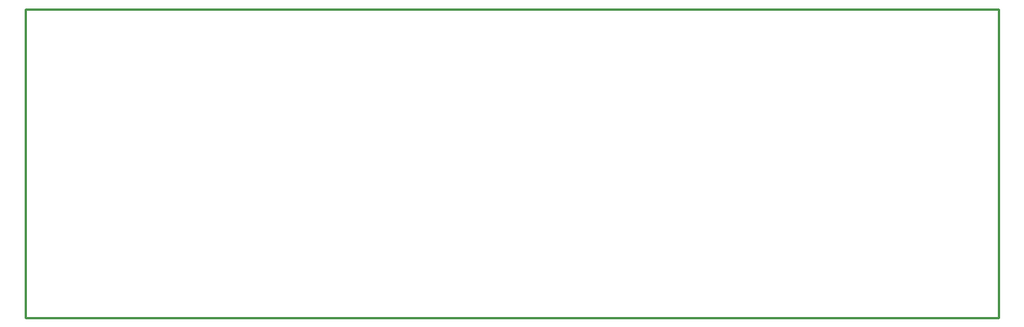
<source format=gm1>
G04*
G04 #@! TF.GenerationSoftware,Altium Limited,Altium Designer,22.8.2 (66)*
G04*
G04 Layer_Color=16777215*
%FSLAX25Y25*%
%MOIN*%
G70*
G04*
G04 #@! TF.SameCoordinates,13EA9874-455B-4FA2-A727-6D6EF1C97DE0*
G04*
G04*
G04 #@! TF.FilePolarity,Positive*
G04*
G01*
G75*
%ADD10C,0.01000*%
G54D10*
X0Y0D02*
Y133858D01*
X421260D01*
Y0D02*
Y133858D01*
X0Y0D02*
X421260D01*
M02*

</source>
